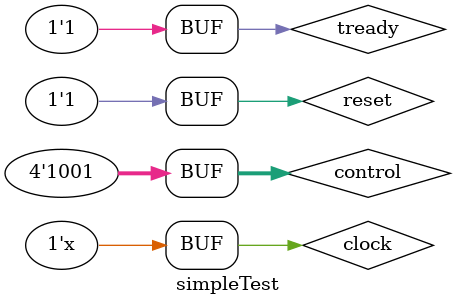
<source format=v>
`timescale 1ns / 1ps

module simpleTest
;

//inputs
reg clock;
reg reset;
reg [14:0] ADCdata;
reg [3:0] control;
reg tready;

//outputs
wire ADCclock;
wire [31:0] tdata;
wire tvalid;
wire tlast;
wire [3:0] tstrb;
wire [31:0] status;


//uut

AD9244_to_AXIS_M uut (
        .ClockToADC(ADCclock),
        .ADCdata(ADCdata),
        .control(control),
        .status(status),  
		.m00_axis_aclk(clock),
		.m00_axis_aresetn(reset),
		.m00_axis_tvalid(tvalid),
		.m00_axis_tdata(tdata),
		.m00_axis_tstrb(tstrb),
		.m00_axis_tlast(tlast),
		.m00_axis_tready(tready)
	);

initial begin
    clock = 0;
    reset = 0;
    ADCdata = 0;
    control = 4'b0000;
    tready = 0;
end

always #12.5 clock = ~clock;

always @(posedge ADCclock)
begin
    #10
    ADCdata <= ADCdata + 1;
end


initial begin 
    #40 reset = 1;
    #20 control[3] = 1;
    #20 control[0] = 1;
    #1000 tready = 1;
//    #1000 tready = 0;
//    #200 tready = 1;
end


endmodule

</source>
